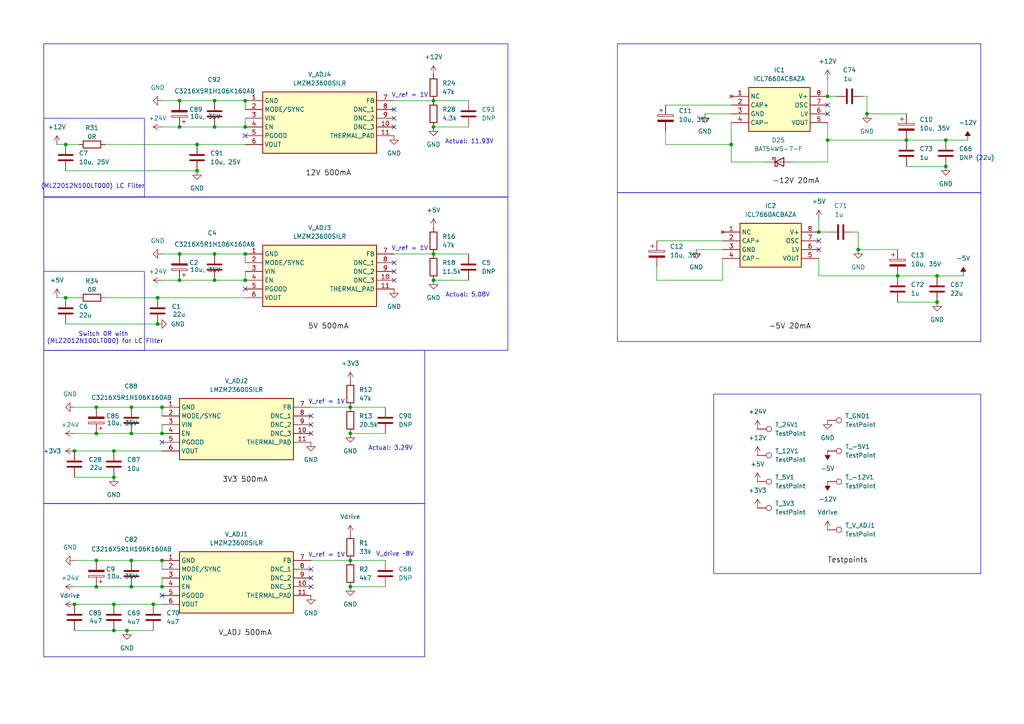
<source format=kicad_sch>
(kicad_sch (version 20231120) (generator "eeschema") (generator_version "8.0")
  (paper "A4")
  (lib_symbols
    (symbol "Device:D_Schottky" (pin_numbers hide) (pin_names (offset 1.016) hide)
      (property "Reference" "D" (at 0 2.54 0))
      (property "Value" "D_Schottky" (at 0 -2.54 0))
      (symbol "D_Schottky_0_1"
        (polyline (pts (xy 1.27 0) (xy -1.27 0)))
        (polyline (pts (xy 1.27 1.27) (xy 1.27 -1.27) (xy -1.27 0) (xy 1.27 1.27)) (stroke (width 0.254)))
        (polyline (pts (xy -1.905 0.635) (xy -1.905 1.27) (xy -1.27 1.27) (xy -1.27 -1.27) (xy -0.635 -1.27) (xy -0.635 -0.635)) (stroke (width 0.254)))
      )
      (symbol "D_Schottky_1_1"
        (pin passive line (at -3.81 0 0) (length 2.54) (name "K") (number "1"))
        (pin passive line (at 3.81 0 180) (length 2.54) (name "A") (number "2"))
      )
    )
    (symbol "Lib:+12V" (power) (pin_numbers hide) (pin_names (offset 0) hide)
      (property "Value" "+12V" (at 0 3.556 0))
      (symbol "+12V_0_1"
        (polyline (pts (xy -0.762 1.27) (xy 0 2.54)))
        (polyline (pts (xy 0 0) (xy 0 2.54)))
        (polyline (pts (xy 0 2.54) (xy 0.762 1.27)))
      )
      (symbol "+12V_1_1"
        (pin power_in line (at 0 0 90) (length 0) (name "~") (number "1"))
      )
    )
    (symbol "Lib:+24V" (power) (pin_numbers hide) (pin_names (offset 0) hide)
      (property "Value" "+24V" (at 0 3.556 0))
      (symbol "+24V_0_1"
        (polyline (pts (xy -0.762 1.27) (xy 0 2.54)))
        (polyline (pts (xy 0 0) (xy 0 2.54)))
        (polyline (pts (xy 0 2.54) (xy 0.762 1.27)))
      )
      (symbol "+24V_1_1"
        (pin power_in line (at 0 0 90) (length 0) (name "~") (number "1"))
      )
    )
    (symbol "Lib:+3V3" (power) (pin_numbers hide) (pin_names (offset 0) hide)
      (property "Value" "+3V3" (at 0 3.556 0))
      (symbol "+3V3_0_1"
        (polyline (pts (xy -0.762 1.27) (xy 0 2.54)))
        (polyline (pts (xy 0 0) (xy 0 2.54)))
        (polyline (pts (xy 0 2.54) (xy 0.762 1.27)))
      )
      (symbol "+3V3_1_1"
        (pin power_in line (at 0 0 90) (length 0) (name "~") (number "1"))
      )
    )
    (symbol "Lib:+5V" (power) (pin_numbers hide) (pin_names (offset 0) hide)
      (property "Value" "+5V" (at 0 3.556 0))
      (symbol "+5V_0_1"
        (polyline (pts (xy -0.762 1.27) (xy 0 2.54)))
        (polyline (pts (xy 0 0) (xy 0 2.54)))
        (polyline (pts (xy 0 2.54) (xy 0.762 1.27)))
      )
      (symbol "+5V_1_1"
        (pin power_in line (at 0 0 90) (length 0) (name "~") (number "1"))
      )
    )
    (symbol "Lib:-12V" (power) (pin_numbers hide) (pin_names (offset 0) hide)
      (property "Value" "-12V" (at 0 3.556 0))
      (symbol "-12V_0_0"
        (pin power_in line (at 0 0 90) (length 0) (name "~") (number "1"))
      )
      (symbol "-12V_0_1"
        (polyline (pts (xy 0 0) (xy 0 1.27) (xy 0.762 1.27) (xy 0 2.54) (xy -0.762 1.27) (xy 0 1.27)) (fill (type outline)))
      )
    )
    (symbol "Lib:-5V" (power) (pin_numbers hide) (pin_names (offset 0) hide)
      (property "Value" "-5V" (at 0 3.556 0))
      (symbol "-5V_0_0"
        (pin power_in line (at 0 0 90) (length 0) (name "~") (number "1"))
      )
      (symbol "-5V_0_1"
        (polyline (pts (xy 0 0) (xy 0 1.27) (xy 0.762 1.27) (xy 0 2.54) (xy -0.762 1.27) (xy 0 1.27)) (fill (type outline)))
      )
    )
    (symbol "Lib:C" (pin_numbers hide) (pin_names (offset 0.254))
      (property "Reference" "C" (at 0.635 2.54 0))
      (property "Value" "C" (at 0.635 -2.54 0))
      (symbol "C_0_1"
        (polyline (pts (xy -2.032 -0.762) (xy 2.032 -0.762)) (stroke (width 0.508)))
        (polyline (pts (xy -2.032 0.762) (xy 2.032 0.762)) (stroke (width 0.508)))
      )
      (symbol "C_1_1"
        (pin passive line (at 0 3.81 270) (length 2.794) (name "~") (number "1"))
        (pin passive line (at 0 -3.81 90) (length 2.794) (name "~") (number "2"))
      )
    )
    (symbol "Lib:C_Polarized" (pin_numbers hide) (pin_names (offset 0.254))
      (property "Reference" "C" (at 0.635 2.54 0))
      (property "Value" "C_Polarized" (at 0.635 -2.54 0))
      (symbol "C_Polarized_0_1"
        (rectangle (start -2.286 0.508) (end 2.286 1.016))
        (polyline (pts (xy -1.778 2.286) (xy -0.762 2.286)))
        (polyline (pts (xy -1.27 2.794) (xy -1.27 1.778)))
        (rectangle (start 2.286 -0.508) (end -2.286 -1.016) (fill (type outline)))
      )
      (symbol "C_Polarized_1_1"
        (pin passive line (at 0 3.81 270) (length 2.794) (name "~") (number "1"))
        (pin passive line (at 0 -3.81 90) (length 2.794) (name "~") (number "2"))
      )
    )
    (symbol "Lib:GND" (power) (pin_numbers hide) (pin_names (offset 0) hide)
      (property "Value" "GND" (at 0 -3.81 0))
      (symbol "GND_0_1"
        (polyline (pts (xy 0 0) (xy 0 -1.27) (xy 1.27 -1.27) (xy 0 -2.54) (xy -1.27 -1.27) (xy 0 -1.27)))
      )
      (symbol "GND_1_1"
        (pin power_in line (at 0 0 270) (length 0) (name "~") (number "1"))
      )
    )
    (symbol "Lib:ICL7660CBAZA-T"
      (property "Reference" "IC" (at 24.13 7.62 0))
      (property "Value" "ICL7660CBAZA-T" (at 24.13 5.08 0))
      (symbol "ICL7660CBAZA-T_1_1"
        (rectangle (start 5.08 2.54) (end 22.86 -10.16) (stroke (width 0.254)) (fill (type background)))
        (pin no_connect line (at 0 0 0) (length 5.08) (name "NC") (number "1"))
        (pin passive line (at 0 -2.54 0) (length 5.08) (name "CAP+") (number "2"))
        (pin passive line (at 0 -5.08 0) (length 5.08) (name "GND") (number "3"))
        (pin passive line (at 0 -7.62 0) (length 5.08) (name "CAP-") (number "4"))
        (pin passive line (at 27.94 -7.62 180) (length 5.08) (name "VOUT") (number "5"))
        (pin passive line (at 27.94 -5.08 180) (length 5.08) (name "LV") (number "6"))
        (pin passive line (at 27.94 -2.54 180) (length 5.08) (name "OSC") (number "7"))
        (pin passive line (at 27.94 0 180) (length 5.08) (name "V+") (number "8"))
      )
    )
    (symbol "Lib:LMZM23600SILR"
      (property "Reference" "IC" (at 39.37 7.62 0))
      (property "Value" "LMZM23600SILR" (at 39.37 5.08 0))
      (symbol "LMZM23600SILR_1_1"
        (rectangle (start 5.08 2.54) (end 38.1 -15.24) (stroke (width 0.254)) (fill (type background)))
        (pin passive line (at 0 0 0) (length 5.08) (name "GND") (number "1"))
        (pin passive line (at 43.18 -7.62 180) (length 5.08) (name "DNC_3") (number "10"))
        (pin passive line (at 43.18 -10.16 180) (length 5.08) (name "THERMAL_PAD") (number "11"))
        (pin passive line (at 0 -2.54 0) (length 5.08) (name "MODE/SYNC") (number "2"))
        (pin passive line (at 0 -5.08 0) (length 5.08) (name "VIN") (number "3"))
        (pin passive line (at 0 -7.62 0) (length 5.08) (name "EN") (number "4"))
        (pin passive line (at 0 -10.16 0) (length 5.08) (name "PGOOD") (number "5"))
        (pin passive line (at 0 -12.7 0) (length 5.08) (name "VOUT") (number "6"))
        (pin passive line (at 43.18 0 180) (length 5.08) (name "FB") (number "7"))
        (pin passive line (at 43.18 -2.54 180) (length 5.08) (name "DNC_1") (number "8"))
        (pin passive line (at 43.18 -5.08 180) (length 5.08) (name "DNC_2") (number "9"))
      )
    )
    (symbol "Lib:R" (pin_numbers hide) (pin_names (offset 0))
      (property "Reference" "R" (at 2.032 0 90))
      (property "Value" "R" (at 0 0 90))
      (symbol "R_0_1"
        (rectangle (start -1.016 -2.54) (end 1.016 2.54) (stroke (width 0.254)))
      )
      (symbol "R_1_1"
        (pin passive line (at 0 3.81 270) (length 1.27) (name "~") (number "1"))
        (pin passive line (at 0 -3.81 90) (length 1.27) (name "~") (number "2"))
      )
    )
    (symbol "Lib:TestPoint" (pin_numbers hide) (pin_names (offset 0.762) hide)
      (property "Reference" "TP" (at 0 6.858 0))
      (property "Value" "TestPoint" (at 0 5.08 0))
      (symbol "TestPoint_0_1"
        (circle (center 0 3.302) (radius 0.762))
      )
      (symbol "TestPoint_1_1"
        (pin passive line (at 0 0 90) (length 2.54) (name "1") (number "1"))
      )
    )
    (symbol "Lib:Vdrive" (power) (pin_numbers hide) (pin_names (offset 0) hide)
      (property "Value" "Vdrive" (at 0 3.556 0))
      (symbol "Vdrive_0_1"
        (polyline (pts (xy -0.762 1.27) (xy 0 2.54)))
        (polyline (pts (xy 0 0) (xy 0 2.54)))
        (polyline (pts (xy 0 2.54) (xy 0.762 1.27)))
      )
      (symbol "Vdrive_1_1"
        (pin power_in line (at 0 0 90) (length 0) (name "~") (number "1"))
      )
    )
  )
  (junction (at 57.15 49.53))
  (junction (at 27.94 118.11))
  (junction (at 27.94 170.18))
  (junction (at 44.45 175.26))
  (junction (at 46.99 170.18))
  (junction (at 271.78 80.01))
  (junction (at 125.73 36.83))
  (junction (at 251.46 33.02))
  (junction (at 57.15 41.91))
  (junction (at 271.78 87.63))
  (junction (at 38.1 170.18))
  (junction (at 71.12 81.28))
  (junction (at 46.99 125.73))
  (junction (at 101.6 170.18))
  (junction (at 52.07 36.83))
  (junction (at 45.72 86.36))
  (junction (at 21.59 175.26))
  (junction (at 125.73 81.28))
  (junction (at 33.02 138.43))
  (junction (at 62.23 29.21))
  (junction (at 62.23 73.66))
  (junction (at 101.6 162.56))
  (junction (at 71.12 36.83))
  (junction (at 260.35 80.01))
  (junction (at 46.99 118.11))
  (junction (at 125.73 29.21))
  (junction (at 71.12 73.66))
  (junction (at 38.1 162.56))
  (junction (at 237.49 67.31))
  (junction (at 248.92 72.39))
  (junction (at 212.09 41.91))
  (junction (at 19.05 41.91))
  (junction (at 240.03 40.64))
  (junction (at 36.83 182.88))
  (junction (at 38.1 118.11))
  (junction (at 274.32 40.64))
  (junction (at 21.59 130.81))
  (junction (at 52.07 73.66))
  (junction (at 125.73 73.66))
  (junction (at 52.07 81.28))
  (junction (at 33.02 182.88))
  (junction (at 62.23 81.28))
  (junction (at 19.05 86.36))
  (junction (at 274.32 48.26))
  (junction (at 33.02 130.81))
  (junction (at 101.6 118.11))
  (junction (at 38.1 125.73))
  (junction (at 27.94 125.73))
  (junction (at 101.6 125.73))
  (junction (at 33.02 175.26))
  (junction (at 52.07 29.21))
  (junction (at 62.23 36.83))
  (junction (at 262.89 40.64))
  (junction (at 71.12 29.21))
  (junction (at 27.94 162.56))
  (junction (at 45.72 93.98))
  (junction (at 46.99 162.56))
  (junction (at 240.03 27.94))
  (no_connect (at 46.99 172.72))
  (no_connect (at 90.17 120.65))
  (no_connect (at 114.3 36.83))
  (no_connect (at 90.17 125.73))
  (no_connect (at 114.3 76.2))
  (no_connect (at 114.3 81.28))
  (no_connect (at 114.3 34.29))
  (no_connect (at 71.12 83.82))
  (no_connect (at 90.17 165.1))
  (no_connect (at 90.17 167.64))
  (no_connect (at 237.49 72.39))
  (no_connect (at 240.03 33.02))
  (no_connect (at 90.17 123.19))
  (no_connect (at 237.49 69.85))
  (no_connect (at 114.3 31.75))
  (no_connect (at 240.03 30.48))
  (no_connect (at 46.99 128.27))
  (no_connect (at 90.17 170.18))
  (no_connect (at 71.12 39.37))
  (no_connect (at 114.3 78.74))
  (wire (pts (xy 262.89 40.64) (xy 274.32 40.64)))
  (wire (pts (xy 71.12 73.66) (xy 71.12 76.2)))
  (wire (pts (xy 114.3 29.21) (xy 125.73 29.21)))
  (wire (pts (xy 114.3 73.66) (xy 125.73 73.66)))
  (wire (pts (xy 248.92 72.39) (xy 260.35 72.39)))
  (wire (pts (xy 38.1 118.11) (xy 46.99 118.11)))
  (wire (pts (xy 21.59 125.73) (xy 27.94 125.73)))
  (wire (pts (xy 262.89 48.26) (xy 274.32 48.26)))
  (wire (pts (xy 101.6 125.73) (xy 111.76 125.73)))
  (wire (pts (xy 71.12 34.29) (xy 71.12 36.83)))
  (wire (pts (xy 125.73 81.28) (xy 135.89 81.28)))
  (wire (pts (xy 33.02 175.26) (xy 44.45 175.26)))
  (wire (pts (xy 30.48 86.36) (xy 45.72 86.36)))
  (wire (pts (xy 204.47 33.02) (xy 212.09 33.02)))
  (wire (pts (xy 240.03 40.64) (xy 240.03 35.56)))
  (wire (pts (xy 237.49 63.5) (xy 237.49 67.31)))
  (wire (pts (xy 30.48 41.91) (xy 57.15 41.91)))
  (wire (pts (xy 19.05 86.36) (xy 22.86 86.36)))
  (wire (pts (xy 45.72 86.36) (xy 71.12 86.36)))
  (wire (pts (xy 240.03 67.31) (xy 237.49 67.31)))
  (wire (pts (xy 57.15 41.91) (xy 71.12 41.91)))
  (wire (pts (xy 90.17 162.56) (xy 101.6 162.56)))
  (wire (pts (xy 237.49 80.01) (xy 260.35 80.01)))
  (wire (pts (xy 62.23 36.83) (xy 71.12 36.83)))
  (wire (pts (xy 44.45 175.26) (xy 46.99 175.26)))
  (wire (pts (xy 46.99 29.21) (xy 52.07 29.21)))
  (wire (pts (xy 71.12 29.21) (xy 71.12 31.75)))
  (wire (pts (xy 101.6 162.56) (xy 111.76 162.56)))
  (wire (pts (xy 125.73 29.21) (xy 135.89 29.21)))
  (wire (pts (xy 21.59 182.88) (xy 33.02 182.88)))
  (wire (pts (xy 190.5 69.85) (xy 209.55 69.85)))
  (wire (pts (xy 125.73 73.66) (xy 135.89 73.66)))
  (wire (pts (xy 242.57 27.94) (xy 240.03 27.94)))
  (wire (pts (xy 90.17 118.11) (xy 101.6 118.11)))
  (wire (pts (xy 251.46 27.94) (xy 251.46 33.02)))
  (wire (pts (xy 52.07 36.83) (xy 62.23 36.83)))
  (wire (pts (xy 240.03 46.99) (xy 240.03 40.64)))
  (wire (pts (xy 33.02 130.81) (xy 46.99 130.81)))
  (wire (pts (xy 46.99 118.11) (xy 46.99 120.65)))
  (wire (pts (xy 21.59 130.81) (xy 33.02 130.81)))
  (wire (pts (xy 190.5 81.28) (xy 190.5 77.47)))
  (wire (pts (xy 21.59 170.18) (xy 27.94 170.18)))
  (wire (pts (xy 193.04 41.91) (xy 212.09 41.91)))
  (wire (pts (xy 193.04 30.48) (xy 212.09 30.48)))
  (wire (pts (xy 46.99 73.66) (xy 52.07 73.66)))
  (wire (pts (xy 101.6 118.11) (xy 111.76 118.11)))
  (wire (pts (xy 19.05 49.53) (xy 57.15 49.53)))
  (wire (pts (xy 274.32 40.64) (xy 280.67 40.64)))
  (wire (pts (xy 52.07 81.28) (xy 62.23 81.28)))
  (wire (pts (xy 212.09 46.99) (xy 212.09 41.91)))
  (wire (pts (xy 27.94 162.56) (xy 38.1 162.56)))
  (wire (pts (xy 247.65 67.31) (xy 248.92 67.31)))
  (wire (pts (xy 201.93 72.39) (xy 209.55 72.39)))
  (wire (pts (xy 46.99 36.83) (xy 52.07 36.83)))
  (wire (pts (xy 21.59 118.11) (xy 27.94 118.11)))
  (wire (pts (xy 248.92 72.39) (xy 248.92 67.31)))
  (wire (pts (xy 21.59 138.43) (xy 33.02 138.43)))
  (wire (pts (xy 21.59 162.56) (xy 27.94 162.56)))
  (wire (pts (xy 52.07 29.21) (xy 62.23 29.21)))
  (wire (pts (xy 46.99 162.56) (xy 46.99 165.1)))
  (wire (pts (xy 19.05 93.98) (xy 45.72 93.98)))
  (wire (pts (xy 36.83 182.88) (xy 44.45 182.88)))
  (wire (pts (xy 27.94 118.11) (xy 38.1 118.11)))
  (wire (pts (xy 101.6 170.18) (xy 111.76 170.18)))
  (wire (pts (xy 212.09 41.91) (xy 212.09 35.56)))
  (wire (pts (xy 46.99 167.64) (xy 46.99 170.18)))
  (wire (pts (xy 193.04 41.91) (xy 193.04 38.1)))
  (wire (pts (xy 62.23 29.21) (xy 71.12 29.21)))
  (wire (pts (xy 251.46 27.94) (xy 250.19 27.94)))
  (wire (pts (xy 237.49 80.01) (xy 237.49 74.93)))
  (wire (pts (xy 260.35 87.63) (xy 271.78 87.63)))
  (wire (pts (xy 38.1 125.73) (xy 46.99 125.73)))
  (wire (pts (xy 16.51 41.91) (xy 19.05 41.91)))
  (wire (pts (xy 71.12 78.74) (xy 71.12 81.28)))
  (wire (pts (xy 62.23 73.66) (xy 71.12 73.66)))
  (wire (pts (xy 240.03 22.86) (xy 240.03 27.94)))
  (wire (pts (xy 21.59 175.26) (xy 33.02 175.26)))
  (wire (pts (xy 125.73 36.83) (xy 135.89 36.83)))
  (wire (pts (xy 46.99 123.19) (xy 46.99 125.73)))
  (wire (pts (xy 27.94 170.18) (xy 38.1 170.18)))
  (wire (pts (xy 38.1 162.56) (xy 46.99 162.56)))
  (wire (pts (xy 19.05 41.91) (xy 22.86 41.91)))
  (wire (pts (xy 62.23 81.28) (xy 71.12 81.28)))
  (wire (pts (xy 46.99 81.28) (xy 52.07 81.28)))
  (wire (pts (xy 27.94 125.73) (xy 38.1 125.73)))
  (wire (pts (xy 271.78 80.01) (xy 279.4 80.01)))
  (wire (pts (xy 38.1 170.18) (xy 46.99 170.18)))
  (wire (pts (xy 260.35 80.01) (xy 271.78 80.01)))
  (wire (pts (xy 240.03 40.64) (xy 262.89 40.64)))
  (wire (pts (xy 229.87 46.99) (xy 240.03 46.99)))
  (wire (pts (xy 33.02 182.88) (xy 36.83 182.88)))
  (wire (pts (xy 209.55 81.28) (xy 209.55 74.93)))
  (wire (pts (xy 251.46 33.02) (xy 262.89 33.02)))
  (wire (pts (xy 16.51 86.36) (xy 19.05 86.36)))
  (wire (pts (xy 222.25 46.99) (xy 212.09 46.99)))
  (wire (pts (xy 52.07 73.66) (xy 62.23 73.66)))
  (wire (pts (xy 190.5 81.28) (xy 209.55 81.28)))
  (rectangle (start 12.7 12.7) (end 147.32 57.15))
  (rectangle (start 179.07 55.88) (end 284.48 99.06))
  (rectangle (start 12.7 146.05) (end 123.19 190.5))
  (rectangle (start 179.07 12.7) (end 284.48 55.88))
  (rectangle (start 12.7 34.29) (end 41.91 57.15))
  (rectangle (start 207.01 114.3) (end 284.48 166.37))
  (rectangle (start 12.7 57.15) (end 147.32 101.6))
  (rectangle (start 12.7 101.6) (end 123.19 146.05))
  (rectangle (start 12.7 78.74) (end 41.91 101.6))
  (text "V_ref = 1V" (at 118.872 27.686 0) (effects (font (size 1.27 1.27))))
  (text "-5V 20mA" (at 229.108 94.742 0) (effects (font (size 1.524 1.524))))
  (text "V_drive ~8V\n" (at 114.554 160.782 0) (effects (font (size 1.27 1.27))))
  (text "Actual: 5.08V" (at 135.636 85.598 0) (effects (font (size 1.27 1.27))))
  (text "Switch 0R with \n(MLZ2012N100LT000) for LC Filter" (at 30.48 98.044 0) (effects (font (size 1.27 1.27))))
  (text "V_ref = 1V" (at 94.742 116.586 0) (effects (font (size 1.27 1.27))))
  (text "3V3 500mA" (at 71.12 139.192 0) (effects (font (size 1.524 1.524))))
  (text "Actual: 11.93V" (at 136.144 41.148 0) (effects (font (size 1.27 1.27))))
  (text "(MLZ2012N100LT000) LC Filter" (at 26.924 54.102 0) (effects (font (size 1.27 1.27))))
  (text "V_ref = 1V" (at 94.742 161.036 0) (effects (font (size 1.27 1.27))))
  (text "5V 500mA" (at 95.25 94.742 0) (effects (font (size 1.524 1.524))))
  (text "V_ref = 1V" (at 118.872 72.136 0) (effects (font (size 1.27 1.27))))
  (text "Actual: 3.29V\n" (at 113.284 130.048 0) (effects (font (size 1.27 1.27))))
  (text "Testpoints" (at 245.872 162.56 0) (effects (font (size 1.524 1.524))))
  (text "-12V 20mA" (at 230.886 52.578 0) (effects (font (size 1.524 1.524))))
  (text "12V 500mA" (at 95.25 50.292 0) (effects (font (size 1.524 1.524))))
  (text "V_ADJ 500mA" (at 71.12 183.642 0) (effects (font (size 1.524 1.524))))
  (symbol (lib_id "Lib:R") (at 101.6 158.75 0) (unit 1)
    (property "Reference" "R1" (at 104.14 157.4799 0) (effects (justify left)))
    (property "Value" "33k" (at 104.14 160.0199 0) (effects (justify left)))
    (property "Footprint" "Resistor_SMD:R_0603_1608Metric" (effects (hide yes)))
    (property "Description" "Resistor" (effects (hide yes)))
  )
  (symbol (lib_id "Lib:LMZM23600SILR") (at 46.99 118.11 0) (unit 1)
    (property "Reference" "V_ADJ2" (at 68.58 110.49 0))
    (property "Value" "LMZM23600SILR" (at 68.58 113.03 0))
    (property "Footprint" "LMZM23600SILT" (effects (hide yes)))
    (property "Datasheet" "https://datasheet.datasheetarchive.com/originals/distributors/DKDS41/DSANUWW0029284.pdf" (effects (hide yes)))
    (property "Description" "36-V, 0.5-A Step-Down DC/DC Power Module in 3.8-mm  3-mm Package" (effects (hide yes)))
    (property "Height" "1.578" (effects (hide yes)))
    (property "Mouser Part Number" "595-LMZM23600SILR" (effects (hide yes)))
    (property "Mouser Price/Stock" "https://www.mouser.co.uk/ProductDetail/Texas-Instruments/LMZM23600SILR?qs=r5DSvlrkXmKODL5REi9C7A%3D%3D" (effects (hide yes)))
    (property "Manufacturer_Name" "Texas Instruments" (effects (hide yes)))
    (property "Manufacturer_Part_Number" "LMZM23600SILR" (effects (hide yes)))
  )
  (symbol (lib_id "Lib:+12V") (at 125.73 21.59 0) (unit 1)
    (property "Reference" "#PWR09" (effects (hide yes)))
    (property "Value" "+12V" (at 125.73 16.51 0))
    (property "Description" "Power symbol creates a global label with name \"+12V\"" (effects (hide yes)))
  )
  (symbol (lib_id "Lib:+5V") (at 219.71 139.7 0) (unit 1)
    (property "Reference" "#PWR026" (effects (hide yes)))
    (property "Value" "+5V" (at 219.71 134.62 0))
    (property "Description" "Power symbol creates a global label with name \"+5V\"" (effects (hide yes)))
  )
  (symbol (lib_id "Lib:GND") (at 21.59 118.11 270) (unit 1)
    (property "Reference" "#PWR058" (effects (hide yes)))
    (property "Value" "GND" (at 20.32 114.3 90))
    (property "Description" "Power symbol creates a global label with name \"GND\" , ground" (effects (hide yes)))
  )
  (symbol (lib_id "Lib:Vdrive") (at 240.03 153.67 0) (unit 1)
    (property "Reference" "#PWR031" (effects (hide yes)))
    (property "Value" "Vdrive" (at 240.03 148.59 0))
    (property "Description" "Power symbol creates a global label with name \"Vdrive\"" (effects (hide yes)))
  )
  (symbol (lib_id "Lib:GND") (at 45.72 93.98 90) (unit 1)
    (property "Reference" "#PWR04" (effects (hide yes)))
    (property "Value" "GND" (at 49.53 93.9799 90) (effects (justify right)))
    (property "Description" "Power symbol creates a global label with name \"GND\" , ground" (effects (hide yes)))
  )
  (symbol (lib_id "Lib:C") (at 33.02 134.62 0) (unit 1)
    (property "Reference" "C87" (at 36.83 133.3499 0) (effects (justify left)))
    (property "Value" "10u" (at 36.83 135.8899 0) (effects (justify left)))
    (property "Footprint" "Capacitor_SMD:C_0805_2012Metric" (effects (hide yes)))
    (property "Description" "Unpolarized capacitor" (effects (hide yes)))
  )
  (symbol (lib_id "Lib:C") (at 243.84 67.31 270) (unit 1)
    (property "Reference" "C71" (at 243.84 59.69 90))
    (property "Value" "1u " (at 243.84 62.23 90))
    (property "Footprint" "Capacitor_SMD:C_0603_1608Metric" (effects (hide yes)))
    (property "Description" "Unpolarized capacitor" (effects (hide yes)))
  )
  (symbol (lib_id "Lib:R") (at 125.73 77.47 0) (unit 1)
    (property "Reference" "R18" (at 128.27 76.1999 0) (effects (justify left)))
    (property "Value" "11.5k" (at 128.27 78.7399 0) (effects (justify left)))
    (property "Footprint" "Resistor_SMD:R_0603_1608Metric" (effects (hide yes)))
    (property "Description" "Resistor" (effects (hide yes)))
  )
  (symbol (lib_id "Lib:+24V") (at 46.99 36.83 90) (unit 1)
    (property "Reference" "#PWR0150" (effects (hide yes)))
    (property "Value" "+24V" (at 45.72 34.29 90))
    (property "Description" "Power symbol creates a global label with name \"+24V\"" (effects (hide yes)))
  )
  (symbol (lib_id "Lib:-12V") (at 240.03 139.7 180) (unit 1)
    (property "Reference" "#PWR030" (effects (hide yes)))
    (property "Value" "-12V" (at 240.03 144.78 0))
    (property "Description" "Power symbol creates a global label with name \"-12V\"" (effects (hide yes)))
  )
  (symbol (lib_id "Lib:GND") (at 46.99 73.66 270) (unit 1)
    (property "Reference" "#PWR01" (effects (hide yes)))
    (property "Value" "GND" (at 45.72 69.85 90))
    (property "Description" "Power symbol creates a global label with name \"GND\" , ground" (effects (hide yes)))
  )
  (symbol (lib_id "Lib:TestPoint") (at 219.71 124.46 270) (unit 1)
    (property "Reference" "T_24V1" (at 224.79 123.1899 90) (effects (justify left)))
    (property "Value" "TestPoint" (at 224.79 125.7299 90) (effects (justify left)))
    (property "Footprint" "TestPoint:TestPoint_Pad_D1.5mm" (effects (hide yes)))
    (property "Description" "test point" (effects (hide yes)))
  )
  (symbol (lib_id "Lib:GND") (at 46.99 29.21 270) (unit 1)
    (property "Reference" "#PWR013" (effects (hide yes)))
    (property "Value" "GND" (at 45.72 25.4 90))
    (property "Description" "Power symbol creates a global label with name \"GND\" , ground" (effects (hide yes)))
  )
  (symbol (lib_id "Lib:C_Polarized") (at 193.04 34.29 0) (unit 1)
    (property "Reference" "C11" (at 196.85 32.1309 0) (effects (justify left)))
    (property "Value" "10u, 35V" (at 196.85 34.6709 0) (effects (justify left)))
    (property "Footprint" "Capacitor_SMD:CP_Elec_4x5.4" (effects (hide yes)))
    (property "Description" "Polarized capacitor" (effects (hide yes)))
  )
  (symbol (lib_id "Lib:-5V") (at 279.4 80.01 0) (unit 1)
    (property "Reference" "#PWR024" (effects (hide yes)))
    (property "Value" "-5V" (at 279.4 74.93 0))
    (property "Description" "Power symbol creates a global label with name \"-5V\"" (effects (hide yes)))
  )
  (symbol (lib_id "Lib:LMZM23600SILR") (at 71.12 73.66 0) (unit 1)
    (property "Reference" "V_ADJ3" (at 92.71 66.04 0))
    (property "Value" "LMZM23600SILR" (at 92.71 68.58 0))
    (property "Footprint" "LMZM23600SILT" (effects (hide yes)))
    (property "Datasheet" "https://datasheet.datasheetarchive.com/originals/distributors/DKDS41/DSANUWW0029284.pdf" (effects (hide yes)))
    (property "Description" "36-V, 0.5-A Step-Down DC/DC Power Module in 3.8-mm  3-mm Package" (effects (hide yes)))
    (property "Height" "1.578" (effects (hide yes)))
    (property "Mouser Part Number" "595-LMZM23600SILR" (effects (hide yes)))
    (property "Mouser Price/Stock" "https://www.mouser.co.uk/ProductDetail/Texas-Instruments/LMZM23600SILR?qs=r5DSvlrkXmKODL5REi9C7A%3D%3D" (effects (hide yes)))
    (property "Manufacturer_Name" "Texas Instruments" (effects (hide yes)))
    (property "Manufacturer_Part_Number" "LMZM23600SILR" (effects (hide yes)))
  )
  (symbol (lib_id "Lib:R") (at 26.67 86.36 90) (unit 1)
    (property "Reference" "R34" (at 26.67 81.534 90))
    (property "Value" "0R" (at 26.67 84.074 90))
    (property "Footprint" "Resistor_SMD:R_0805_2012Metric" (effects (hide yes)))
    (property "Description" "Resistor" (effects (hide yes)))
  )
  (symbol (lib_id "Lib:GND") (at 274.32 48.26 0) (unit 1)
    (property "Reference" "#PWR0131" (effects (hide yes)))
    (property "Value" "GND" (at 274.32 53.34 0))
    (property "Description" "Power symbol creates a global label with name \"GND\" , ground" (effects (hide yes)))
  )
  (symbol (lib_id "Lib:GND") (at 57.15 49.53 0) (unit 1)
    (property "Reference" "#PWR0151" (effects (hide yes)))
    (property "Value" "GND" (at 57.15 54.61 0))
    (property "Description" "Power symbol creates a global label with name \"GND\" , ground" (effects (hide yes)))
  )
  (symbol (lib_id "Lib:C") (at 21.59 179.07 0) (unit 1)
    (property "Reference" "C85" (at 25.654 177.8 0) (effects (justify left)))
    (property "Value" "4u7" (at 25.908 180.086 0) (effects (justify left)))
    (property "Footprint" "Capacitor_SMD:C_0805_2012Metric" (effects (hide yes)))
    (property "Description" "Unpolarized capacitor" (effects (hide yes)))
  )
  (symbol (lib_id "Lib:GND") (at 240.03 121.92 0) (unit 1)
    (property "Reference" "#PWR028" (effects (hide yes)))
    (property "Value" "GND" (at 240.03 127 0))
    (property "Description" "Power symbol creates a global label with name \"GND\" , ground" (effects (hide yes)))
  )
  (symbol (lib_id "Lib:C") (at 44.45 179.07 0) (unit 1)
    (property "Reference" "C70" (at 48.26 177.7999 0) (effects (justify left)))
    (property "Value" "4u7" (at 48.26 180.3399 0) (effects (justify left)))
    (property "Footprint" "Capacitor_SMD:C_0805_2012Metric" (effects (hide yes)))
    (property "Description" "Unpolarized capacitor" (effects (hide yes)))
  )
  (symbol (lib_id "Lib:C_Polarized") (at 262.89 36.83 0) (unit 1)
    (property "Reference" "C10" (at 266.7 34.6709 0) (effects (justify left)))
    (property "Value" "10u, 35V" (at 266.7 37.2109 0) (effects (justify left)))
    (property "Footprint" "Capacitor_SMD:CP_Elec_4x5.4" (effects (hide yes)))
    (property "Description" "Polarized capacitor" (effects (hide yes)))
  )
  (symbol (lib_id "Lib:+24V") (at 219.71 124.46 0) (unit 1)
    (property "Reference" "#PWR023" (effects (hide yes)))
    (property "Value" "+24V" (at 219.71 119.38 0))
    (property "Description" "Power symbol creates a global label with name \"+24V\"" (effects (hide yes)))
  )
  (symbol (lib_id "Lib:C_Polarized") (at 27.94 166.37 180) (unit 1)
    (property "Reference" "C9" (at 30.734 165.1 0) (effects (justify right)))
    (property "Value" "10u, 35V" (at 30.988 167.132 0) (effects (justify right)))
    (property "Footprint" "Capacitor_SMD:CP_Elec_4x5.4" (effects (hide yes)))
    (property "Description" "Polarized capacitor" (effects (hide yes)))
  )
  (symbol (lib_id "Lib:C") (at 135.89 77.47 0) (unit 1)
    (property "Reference" "C5" (at 139.7 76.1999 0) (effects (justify left)))
    (property "Value" "DNP" (at 139.7 78.7399 0) (effects (justify left)))
    (property "Footprint" "Capacitor_SMD:C_0603_1608Metric" (effects (hide yes)))
    (property "Description" "Unpolarized capacitor" (effects (hide yes)))
  )
  (symbol (lib_id "Lib:R") (at 125.73 33.02 0) (unit 1)
    (property "Reference" "R28" (at 128.27 31.7499 0) (effects (justify left)))
    (property "Value" "4.3k" (at 128.27 34.2899 0) (effects (justify left)))
    (property "Footprint" "Resistor_SMD:R_0603_1608Metric" (effects (hide yes)))
    (property "Description" "Resistor" (effects (hide yes)))
  )
  (symbol (lib_id "Lib:GND") (at 201.93 72.39 0) (unit 1)
    (property "Reference" "#PWR020" (effects (hide yes)))
    (property "Value" "GND" (at 201.93 77.47 0))
    (property "Description" "Power symbol creates a global label with name \"GND\" , ground" (effects (hide yes)))
  )
  (symbol (lib_id "Lib:ICL7660CBAZA-T") (at 209.55 67.31 0) (unit 1)
    (property "Reference" "IC2" (at 223.52 59.69 0))
    (property "Value" "ICL7660ACBAZA" (at 223.52 62.23 0))
    (property "Footprint" "Downloads:SOIC127P600X175-8N" (effects (hide yes)))
    (property "Datasheet" "https://www.renesas.com/en-us/www/doc/datasheet/icl7660s-a.pdf" (effects (hide yes)))
    (property "Description" "The Intersil ICL7660 and ICL7660A are monolithic CMOS power supply circuits which offer unique performance advantages over previously available devices. The ICL7660 performs supply voltage conversions from positive to negative for an input range of +1. 5V to +10. 0V resulting in complementary output voltages of -1. 5V to -10. 0V and the ICL7660A does the same conversions with an input range of +1. 5V to +12. 0V resulting in complementary output voltages of -1. 5V to -12. 0V. Only 2 noncritical external capa" (effects (hide yes)))
    (property "Height" "1.75" (effects (hide yes)))
    (property "Mouser Part Number" "968-ICL7660CBAZA-T" (effects (hide yes)))
    (property "Mouser Price/Stock" "https://www.mouser.co.uk/ProductDetail/Renesas-Intersil/ICL7660CBAZA-T?qs=9fLuogzTs8IgQwA5x5QxYQ%3D%3D" (effects (hide yes)))
    (property "Manufacturer_Name" "Renesas Electronics" (effects (hide yes)))
    (property "Manufacturer_Part_Number" "ICL7660CBAZA-T" (effects (hide yes)))
  )
  (symbol (lib_id "Lib:GND") (at 36.83 182.88 0) (unit 1)
    (property "Reference" "#PWR0132" (effects (hide yes)))
    (property "Value" "GND" (at 36.83 187.96 0))
    (property "Description" "Power symbol creates a global label with name \"GND\" , ground" (effects (hide yes)))
  )
  (symbol (lib_id "Lib:R") (at 101.6 121.92 0) (unit 1)
    (property "Reference" "R13" (at 104.14 120.6499 0) (effects (justify left)))
    (property "Value" "20.5k" (at 104.14 123.1899 0) (effects (justify left)))
    (property "Footprint" "Resistor_SMD:R_0603_1608Metric" (effects (hide yes)))
    (property "Description" "Resistor" (effects (hide yes)))
  )
  (symbol (lib_id "Lib:R") (at 125.73 69.85 0) (unit 1)
    (property "Reference" "R16" (at 128.27 68.5799 0) (effects (justify left)))
    (property "Value" "47k" (at 128.27 71.1199 0) (effects (justify left)))
    (property "Footprint" "Resistor_SMD:R_0603_1608Metric" (effects (hide yes)))
    (property "Description" "Resistor" (effects (hide yes)))
  )
  (symbol (lib_id "Lib:+24V") (at 21.59 170.18 90) (unit 1)
    (property "Reference" "#PWR06" (effects (hide yes)))
    (property "Value" "+24V" (at 20.32 167.64 90))
    (property "Description" "Power symbol creates a global label with name \"+24V\"" (effects (hide yes)))
  )
  (symbol (lib_id "Lib:C_Polarized") (at 27.94 121.92 180) (unit 1)
    (property "Reference" "C86" (at 30.734 120.65 0) (effects (justify right)))
    (property "Value" "10u, 35V" (at 30.988 122.682 0) (effects (justify right)))
    (property "Footprint" "Capacitor_SMD:CP_Elec_4x5.4" (effects (hide yes)))
    (property "Description" "Polarized capacitor" (effects (hide yes)))
  )
  (symbol (lib_id "Lib:C") (at 62.23 33.02 0) (unit 1)
    (property "Reference" "C92" (at 60.198 23.114 0) (effects (justify left)))
    (property "Value" "C3216X5R1H106K160AB" (at 50.546 26.416 0) (effects (justify left)))
    (property "Footprint" "Capacitor_SMD:C_1206_3216Metric" (effects (hide yes)))
    (property "Description" "Unpolarized capacitor" (effects (hide yes)))
  )
  (symbol (lib_id "Lib:C_Polarized") (at 52.07 77.47 180) (unit 1)
    (property "Reference" "C2" (at 54.864 76.2 0) (effects (justify right)))
    (property "Value" "10u, 35V" (at 55.118 78.232 0) (effects (justify right)))
    (property "Footprint" "Capacitor_SMD:CP_Elec_4x5.4" (effects (hide yes)))
    (property "Description" "Polarized capacitor" (effects (hide yes)))
  )
  (symbol (lib_id "Lib:TestPoint") (at 219.71 132.08 270) (unit 1)
    (property "Reference" "T_12V1" (at 224.79 130.8099 90) (effects (justify left)))
    (property "Value" "TestPoint" (at 224.79 133.3499 90) (effects (justify left)))
    (property "Footprint" "TestPoint:TestPoint_Pad_D1.5mm" (effects (hide yes)))
    (property "Description" "test point" (effects (hide yes)))
  )
  (symbol (lib_id "Lib:TestPoint") (at 240.03 130.81 270) (unit 1)
    (property "Reference" "T_-5V1" (at 245.11 129.5399 90) (effects (justify left)))
    (property "Value" "TestPoint" (at 245.11 132.0799 90) (effects (justify left)))
    (property "Footprint" "TestPoint:TestPoint_Pad_D1.5mm" (effects (hide yes)))
    (property "Description" "test point" (effects (hide yes)))
  )
  (symbol (lib_id "Lib:GND") (at 33.02 138.43 0) (unit 1)
    (property "Reference" "#PWR0110" (effects (hide yes)))
    (property "Value" "GND" (at 33.02 143.51 0))
    (property "Description" "Power symbol creates a global label with name \"GND\" , ground" (effects (hide yes)))
  )
  (symbol (lib_id "Lib:C") (at 38.1 121.92 0) (unit 1)
    (property "Reference" "C88" (at 36.068 112.014 0) (effects (justify left)))
    (property "Value" "C3216X5R1H106K160AB" (at 26.416 115.316 0) (effects (justify left)))
    (property "Footprint" "Capacitor_SMD:C_1206_3216Metric" (effects (hide yes)))
    (property "Description" "Unpolarized capacitor" (effects (hide yes)))
  )
  (symbol (lib_id "Lib:TestPoint") (at 240.03 153.67 270) (unit 1)
    (property "Reference" "T_V_ADJ1" (at 245.11 152.3999 90) (effects (justify left)))
    (property "Value" "TestPoint" (at 245.11 154.9399 90) (effects (justify left)))
    (property "Footprint" "TestPoint:TestPoint_Pad_D1.5mm" (effects (hide yes)))
    (property "Description" "test point" (effects (hide yes)))
  )
  (symbol (lib_id "Lib:+12V") (at 240.03 22.86 0) (unit 1)
    (property "Reference" "#PWR017" (effects (hide yes)))
    (property "Value" "+12V" (at 240.03 17.78 0))
    (property "Description" "Power symbol creates a global label with name \"+12V\"" (effects (hide yes)))
  )
  (symbol (lib_id "Lib:C") (at 135.89 33.02 0) (unit 1)
    (property "Reference" "C93" (at 139.7 31.7499 0) (effects (justify left)))
    (property "Value" "DNP" (at 139.7 34.2899 0) (effects (justify left)))
    (property "Footprint" "Capacitor_SMD:C_0603_1608Metric" (effects (hide yes)))
    (property "Description" "Unpolarized capacitor" (effects (hide yes)))
  )
  (symbol (lib_id "Lib:+12V") (at 219.71 132.08 0) (unit 1)
    (property "Reference" "#PWR025" (effects (hide yes)))
    (property "Value" "+12V" (at 219.71 127 0))
    (property "Description" "Power symbol creates a global label with name \"+12V\"" (effects (hide yes)))
  )
  (symbol (lib_id "Lib:+24V") (at 21.59 125.73 90) (unit 1)
    (property "Reference" "#PWR080" (effects (hide yes)))
    (property "Value" "+24V" (at 20.32 123.19 90))
    (property "Description" "Power symbol creates a global label with name \"+24V\"" (effects (hide yes)))
  )
  (symbol (lib_id "Lib:GND") (at 114.3 39.37 0) (unit 1)
    (property "Reference" "#PWR0152" (effects (hide yes)))
    (property "Value" "GND" (at 114.3 44.45 0))
    (property "Description" "Power symbol creates a global label with name \"GND\" , ground" (effects (hide yes)))
  )
  (symbol (lib_id "Lib:C") (at 45.72 90.17 0) (unit 1)
    (property "Reference" "C1" (at 49.784 88.9 0) (effects (justify left)))
    (property "Value" "22u" (at 50.038 91.186 0) (effects (justify left)))
    (property "Footprint" "Capacitor_SMD:C_0805_2012Metric" (effects (hide yes)))
    (property "Description" "Unpolarized capacitor" (effects (hide yes)))
  )
  (symbol (lib_id "Lib:Vdrive") (at 21.59 175.26 90) (unit 1)
    (property "Reference" "#PWR010" (effects (hide yes)))
    (property "Value" "Vdrive" (at 20.32 172.72 90))
    (property "Description" "Power symbol creates a global label with name \"Vdrive\"" (effects (hide yes)))
  )
  (symbol (lib_id "Lib:C") (at 271.78 83.82 0) (unit 1)
    (property "Reference" "C67" (at 275.59 82.5499 0) (effects (justify left)))
    (property "Value" "22u" (at 275.59 85.0899 0) (effects (justify left)))
    (property "Footprint" "Capacitor_SMD:C_0805_2012Metric" (effects (hide yes)))
    (property "Description" "Unpolarized capacitor" (effects (hide yes)))
  )
  (symbol (lib_id "Lib:C") (at 62.23 77.47 0) (unit 1)
    (property "Reference" "C4" (at 60.198 67.564 0) (effects (justify left)))
    (property "Value" "C3216X5R1H106K160AB" (at 50.546 70.866 0) (effects (justify left)))
    (property "Footprint" "Capacitor_SMD:C_1206_3216Metric" (effects (hide yes)))
    (property "Description" "Unpolarized capacitor" (effects (hide yes)))
  )
  (symbol (lib_id "Lib:C") (at 19.05 45.72 0) (unit 1)
    (property "Reference" "C7" (at 22.86 44.4499 0) (effects (justify left)))
    (property "Value" "10u, 25V" (at 22.86 46.9899 0) (effects (justify left)))
    (property "Footprint" "Capacitor_SMD:C_0805_2012Metric" (effects (hide yes)))
    (property "Description" "Unpolarized capacitor" (effects (hide yes)))
  )
  (symbol (lib_id "Lib:+3V3") (at 219.71 147.32 0) (unit 1)
    (property "Reference" "#PWR027" (effects (hide yes)))
    (property "Value" "+3V3" (at 219.71 142.24 0))
    (property "Description" "Power symbol creates a global label with name \"+3V3\"" (effects (hide yes)))
  )
  (symbol (lib_id "Lib:-5V") (at 240.03 130.81 180) (unit 1)
    (property "Reference" "#PWR029" (effects (hide yes)))
    (property "Value" "-5V" (at 240.03 135.89 0))
    (property "Description" "Power symbol creates a global label with name \"-5V\"" (effects (hide yes)))
  )
  (symbol (lib_id "Lib:C_Polarized") (at 260.35 76.2 0) (unit 1)
    (property "Reference" "C13" (at 264.16 74.0409 0) (effects (justify left)))
    (property "Value" "10u, 35V" (at 264.16 76.5809 0) (effects (justify left)))
    (property "Footprint" "Capacitor_SMD:CP_Elec_4x5.4" (effects (hide yes)))
    (property "Description" "Polarized capacitor" (effects (hide yes)))
  )
  (symbol (lib_id "Lib:GND") (at 125.73 36.83 0) (unit 1)
    (property "Reference" "#PWR0154" (effects (hide yes)))
    (property "Value" "GND" (at 125.73 41.91 0))
    (property "Description" "Power symbol creates a global label with name \"GND\" , ground" (effects (hide yes)))
  )
  (symbol (lib_id "Lib:GND") (at 248.92 72.39 0) (unit 1)
    (property "Reference" "#PWR022" (effects (hide yes)))
    (property "Value" "GND" (at 248.92 77.47 0))
    (property "Description" "Power symbol creates a global label with name \"GND\" , ground" (effects (hide yes)))
  )
  (symbol (lib_id "Lib:C") (at 57.15 45.72 0) (unit 1)
    (property "Reference" "C91" (at 60.96 44.4499 0) (effects (justify left)))
    (property "Value" "10u, 25V" (at 60.96 46.9899 0) (effects (justify left)))
    (property "Footprint" "Capacitor_SMD:C_0805_2012Metric" (effects (hide yes)))
    (property "Description" "Unpolarized capacitor" (effects (hide yes)))
  )
  (symbol (lib_id "Lib:ICL7660CBAZA-T") (at 212.09 27.94 0) (unit 1)
    (property "Reference" "IC1" (at 226.06 20.32 0))
    (property "Value" "ICL7660ACBAZA" (at 226.06 22.86 0))
    (property "Footprint" "Downloads:SOIC127P600X175-8N" (effects (hide yes)))
    (property "Datasheet" "https://www.renesas.com/en-us/www/doc/datasheet/icl7660s-a.pdf" (effects (hide yes)))
    (property "Description" "The Intersil ICL7660 and ICL7660A are monolithic CMOS power supply circuits which offer unique performance advantages over previously available devices. The ICL7660 performs supply voltage conversions from positive to negative for an input range of +1. 5V to +10. 0V resulting in complementary output voltages of -1. 5V to -10. 0V and the ICL7660A does the same conversions with an input range of +1. 5V to +12. 0V resulting in complementary output voltages of -1. 5V to -12. 0V. Only 2 noncritical external capa" (effects (hide yes)))
    (property "Height" "1.75" (effects (hide yes)))
    (property "Mouser Part Number" "968-ICL7660CBAZA-T" (effects (hide yes)))
    (property "Mouser Price/Stock" "https://www.mouser.co.uk/ProductDetail/Renesas-Intersil/ICL7660CBAZA-T?qs=9fLuogzTs8IgQwA5x5QxYQ%3D%3D" (effects (hide yes)))
    (property "Manufacturer_Name" "Renesas Electronics" (effects (hide yes)))
    (property "Manufacturer_Part_Number" "ICL7660CBAZA-T" (effects (hide yes)))
  )
  (symbol (lib_id "Lib:C") (at 246.38 27.94 90) (unit 1)
    (property "Reference" "C74" (at 246.38 20.32 90))
    (property "Value" "1u " (at 246.38 22.86 90))
    (property "Footprint" "Capacitor_SMD:C_0603_1608Metric" (effects (hide yes)))
    (property "Description" "Unpolarized capacitor" (effects (hide yes)))
  )
  (symbol (lib_id "Lib:GND") (at 114.3 83.82 0) (unit 1)
    (property "Reference" "#PWR05" (effects (hide yes)))
    (property "Value" "GND" (at 114.3 88.9 0))
    (property "Description" "Power symbol creates a global label with name \"GND\" , ground" (effects (hide yes)))
  )
  (symbol (lib_id "Lib:C") (at 19.05 90.17 0) (unit 1)
    (property "Reference" "C6" (at 22.86 88.8999 0) (effects (justify left)))
    (property "Value" "22u" (at 22.86 91.4399 0) (effects (justify left)))
    (property "Footprint" "Capacitor_SMD:C_0805_2012Metric" (effects (hide yes)))
    (property "Description" "Unpolarized capacitor" (effects (hide yes)))
  )
  (symbol (lib_id "Lib:C_Polarized") (at 190.5 73.66 0) (unit 1)
    (property "Reference" "C12" (at 194.31 71.5009 0) (effects (justify left)))
    (property "Value" "10u, 35V" (at 194.31 74.0409 0) (effects (justify left)))
    (property "Footprint" "Capacitor_SMD:CP_Elec_4x5.4" (effects (hide yes)))
    (property "Description" "Polarized capacitor" (effects (hide yes)))
  )
  (symbol (lib_id "Lib:C") (at 111.76 121.92 0) (unit 1)
    (property "Reference" "C90" (at 115.57 120.6499 0) (effects (justify left)))
    (property "Value" "DNP" (at 115.57 123.1899 0) (effects (justify left)))
    (property "Footprint" "Capacitor_SMD:C_0603_1608Metric" (effects (hide yes)))
    (property "Description" "Unpolarized capacitor" (effects (hide yes)))
  )
  (symbol (lib_id "Lib:R") (at 101.6 166.37 0) (unit 1)
    (property "Reference" "R2" (at 104.14 165.0999 0) (effects (justify left)))
    (property "Value" "4k7" (at 104.14 167.6399 0) (effects (justify left)))
    (property "Footprint" "Resistor_SMD:R_0603_1608Metric" (effects (hide yes)))
    (property "Description" "Resistor" (effects (hide yes)))
  )
  (symbol (lib_id "Lib:GND") (at 251.46 33.02 0) (unit 1)
    (property "Reference" "#PWR018" (effects (hide yes)))
    (property "Value" "GND" (at 251.46 38.1 0))
    (property "Description" "Power symbol creates a global label with name \"GND\" , ground" (effects (hide yes)))
  )
  (symbol (lib_id "Lib:GND") (at 101.6 125.73 0) (unit 1)
    (property "Reference" "#PWR0149" (effects (hide yes)))
    (property "Value" "GND" (at 101.6 130.81 0))
    (property "Description" "Power symbol creates a global label with name \"GND\" , ground" (effects (hide yes)))
  )
  (symbol (lib_id "Lib:+5V") (at 237.49 63.5 0) (unit 1)
    (property "Reference" "#PWR021" (effects (hide yes)))
    (property "Value" "+5V" (at 237.49 58.42 0))
    (property "Description" "Power symbol creates a global label with name \"+5V\"" (effects (hide yes)))
  )
  (symbol (lib_id "Lib:R") (at 26.67 41.91 90) (unit 1)
    (property "Reference" "R31" (at 26.67 37.084 90))
    (property "Value" "0R" (at 26.67 39.624 90))
    (property "Footprint" "Resistor_SMD:R_0805_2012Metric" (effects (hide yes)))
    (property "Description" "Resistor" (effects (hide yes)))
  )
  (symbol (lib_id "Lib:C") (at 274.32 44.45 0) (unit 1)
    (property "Reference" "C66" (at 278.13 43.1799 0) (effects (justify left)))
    (property "Value" "DNP (22u)" (at 278.13 45.7199 0) (effects (justify left)))
    (property "Footprint" "Capacitor_SMD:C_0805_2012Metric" (effects (hide yes)))
    (property "Description" "Unpolarized capacitor" (effects (hide yes)))
  )
  (symbol (lib_id "Lib:Vdrive") (at 101.6 154.94 0) (unit 1)
    (property "Reference" "#PWR015" (effects (hide yes)))
    (property "Value" "Vdrive" (at 101.6 149.86 0))
    (property "Description" "Power symbol creates a global label with name \"Vdrive\"" (effects (hide yes)))
  )
  (symbol (lib_id "Lib:C_Polarized") (at 52.07 33.02 180) (unit 1)
    (property "Reference" "C89" (at 54.864 31.75 0) (effects (justify right)))
    (property "Value" "10u, 35V" (at 55.118 33.782 0) (effects (justify right)))
    (property "Footprint" "Capacitor_SMD:CP_Elec_4x5.4" (effects (hide yes)))
    (property "Description" "Polarized capacitor" (effects (hide yes)))
  )
  (symbol (lib_id "Lib:+5V") (at 16.51 86.36 0) (unit 1)
    (property "Reference" "#PWR03" (effects (hide yes)))
    (property "Value" "+5V" (at 16.51 81.28 0))
    (property "Description" "Power symbol creates a global label with name \"+5V\"" (effects (hide yes)))
  )
  (symbol (lib_id "Lib:-12V") (at 280.67 40.64 0) (unit 1)
    (property "Reference" "#PWR019" (effects (hide yes)))
    (property "Value" "-12V" (at 280.67 35.56 0))
    (property "Description" "Power symbol creates a global label with name \"-12V\"" (effects (hide yes)))
  )
  (symbol (lib_id "Lib:+24V") (at 46.99 81.28 90) (unit 1)
    (property "Reference" "#PWR02" (effects (hide yes)))
    (property "Value" "+24V" (at 45.72 78.74 90))
    (property "Description" "Power symbol creates a global label with name \"+24V\"" (effects (hide yes)))
  )
  (symbol (lib_id "Lib:GND") (at 204.47 33.02 0) (unit 1)
    (property "Reference" "#PWR016" (effects (hide yes)))
    (property "Value" "GND" (at 204.47 38.1 0))
    (property "Description" "Power symbol creates a global label with name \"GND\" , ground" (effects (hide yes)))
  )
  (symbol (lib_id "Lib:C") (at 21.59 134.62 0) (unit 1)
    (property "Reference" "C28" (at 25.654 133.35 0) (effects (justify left)))
    (property "Value" "22u" (at 25.908 135.636 0) (effects (justify left)))
    (property "Footprint" "Capacitor_SMD:C_0805_2012Metric" (effects (hide yes)))
    (property "Description" "Unpolarized capacitor" (effects (hide yes)))
  )
  (symbol (lib_id "Lib:C") (at 33.02 179.07 0) (unit 1)
    (property "Reference" "C69" (at 36.83 177.7999 0) (effects (justify left)))
    (property "Value" "4u7" (at 36.83 180.3399 0) (effects (justify left)))
    (property "Footprint" "Capacitor_SMD:C_0805_2012Metric" (effects (hide yes)))
    (property "Description" "Unpolarized capacitor" (effects (hide yes)))
  )
  (symbol (lib_id "Lib:+5V") (at 125.73 66.04 0) (unit 1)
    (property "Reference" "#PWR07" (effects (hide yes)))
    (property "Value" "+5V" (at 125.73 60.96 0))
    (property "Description" "Power symbol creates a global label with name \"+5V\"" (effects (hide yes)))
  )
  (symbol (lib_id "Lib:LMZM23600SILR") (at 71.12 29.21 0) (unit 1)
    (property "Reference" "V_ADJ4" (at 92.71 21.59 0))
    (property "Value" "LMZM23600SILR" (at 92.71 24.13 0))
    (property "Footprint" "LMZM23600SILT" (effects (hide yes)))
    (property "Datasheet" "https://datasheet.datasheetarchive.com/originals/distributors/DKDS41/DSANUWW0029284.pdf" (effects (hide yes)))
    (property "Description" "36-V, 0.5-A Step-Down DC/DC Power Module in 3.8-mm  3-mm Package" (effects (hide yes)))
    (property "Height" "1.578" (effects (hide yes)))
    (property "Mouser Part Number" "595-LMZM23600SILR" (effects (hide yes)))
    (property "Mouser Price/Stock" "https://www.mouser.co.uk/ProductDetail/Texas-Instruments/LMZM23600SILR?qs=r5DSvlrkXmKODL5REi9C7A%3D%3D" (effects (hide yes)))
    (property "Manufacturer_Name" "Texas Instruments" (effects (hide yes)))
    (property "Manufacturer_Part_Number" "LMZM23600SILR" (effects (hide yes)))
  )
  (symbol (lib_id "Lib:C") (at 38.1 166.37 0) (unit 1)
    (property "Reference" "C82" (at 36.068 156.464 0) (effects (justify left)))
    (property "Value" "C3216X5R1H106K160AB" (at 26.416 159.258 0) (effects (justify left)))
    (property "Footprint" "Capacitor_SMD:C_1206_3216Metric" (effects (hide yes)))
    (property "Description" "Unpolarized capacitor" (effects (hide yes)))
  )
  (symbol (lib_id "Lib:+3V3") (at 101.6 110.49 0) (unit 1)
    (property "Reference" "#PWR0139" (effects (hide yes)))
    (property "Value" "+3V3" (at 101.6 105.41 0))
    (property "Description" "Power symbol creates a global label with name \"+3V3\"" (effects (hide yes)))
  )
  (symbol (lib_id "Lib:R") (at 101.6 114.3 0) (unit 1)
    (property "Reference" "R12" (at 104.14 113.0299 0) (effects (justify left)))
    (property "Value" "47k" (at 104.14 115.5699 0) (effects (justify left)))
    (property "Footprint" "Resistor_SMD:R_0603_1608Metric" (effects (hide yes)))
    (property "Description" "Resistor" (effects (hide yes)))
  )
  (symbol (lib_id "Lib:C") (at 262.89 44.45 0) (unit 1)
    (property "Reference" "C73" (at 266.7 43.1799 0) (effects (justify left)))
    (property "Value" "1u " (at 266.7 45.7199 0) (effects (justify left)))
    (property "Footprint" "Capacitor_SMD:C_0603_1608Metric" (effects (hide yes)))
    (property "Description" "Unpolarized capacitor" (effects (hide yes)))
  )
  (symbol (lib_id "Lib:GND") (at 101.6 170.18 0) (unit 1)
    (property "Reference" "#PWR014" (effects (hide yes)))
    (property "Value" "GND" (at 101.6 175.26 0))
    (property "Description" "Power symbol creates a global label with name \"GND\" , ground" (effects (hide yes)))
  )
  (symbol (lib_id "Lib:GND") (at 125.73 81.28 0) (unit 1)
    (property "Reference" "#PWR08" (effects (hide yes)))
    (property "Value" "GND" (at 125.73 86.36 0))
    (property "Description" "Power symbol creates a global label with name \"GND\" , ground" (effects (hide yes)))
  )
  (symbol (lib_id "Lib:GND") (at 271.78 87.63 0) (unit 1)
    (property "Reference" "#PWR0130" (effects (hide yes)))
    (property "Value" "GND" (at 271.78 92.71 0))
    (property "Description" "Power symbol creates a global label with name \"GND\" , ground" (effects (hide yes)))
  )
  (symbol (lib_id "Lib:C") (at 111.76 166.37 0) (unit 1)
    (property "Reference" "C68" (at 115.57 165.0999 0) (effects (justify left)))
    (property "Value" "DNP" (at 115.57 167.6399 0) (effects (justify left)))
    (property "Footprint" "Capacitor_SMD:C_0603_1608Metric" (effects (hide yes)))
    (property "Description" "Unpolarized capacitor" (effects (hide yes)))
  )
  (symbol (lib_id "Device:D_Schottky") (at 226.06 46.99 0) (unit 1)
    (property "Reference" "D25" (at 225.7425 40.64 0))
    (property "Value" "BAT54WS-7-F" (at 225.7425 43.18 0))
    (property "Footprint" "Diode_SMD:D_SOD-323" (effects (hide yes)))
    (property "Description" "Schottky diode" (effects (hide yes)))
  )
  (symbol (lib_id "Lib:TestPoint") (at 240.03 139.7 270) (unit 1)
    (property "Reference" "T_-12V1" (at 245.11 138.4299 90) (effects (justify left)))
    (property "Value" "TestPoint" (at 245.11 140.9699 90) (effects (justify left)))
    (property "Footprint" "TestPoint:TestPoint_Pad_D1.5mm" (effects (hide yes)))
    (property "Description" "test point" (effects (hide yes)))
  )
  (symbol (lib_id "Lib:+3V3") (at 21.59 130.81 90) (unit 1)
    (property "Reference" "#PWR098" (effects (hide yes)))
    (property "Value" "+3V3" (at 17.78 130.8099 90) (effects (justify left)))
    (property "Description" "Power symbol creates a global label with name \"+3V3\"" (effects (hide yes)))
  )
  (symbol (lib_id "Lib:TestPoint") (at 219.71 147.32 270) (unit 1)
    (property "Reference" "T_3V3" (at 224.79 146.0499 90) (effects (justify left)))
    (property "Value" "TestPoint" (at 224.79 148.5899 90) (effects (justify left)))
    (property "Footprint" "TestPoint:TestPoint_Pad_D1.5mm" (effects (hide yes)))
    (property "Description" "test point" (effects (hide yes)))
  )
  (symbol (lib_id "Lib:TestPoint") (at 219.71 139.7 270) (unit 1)
    (property "Reference" "T_5V1" (at 224.79 138.4299 90) (effects (justify left)))
    (property "Value" "TestPoint" (at 224.79 140.9699 90) (effects (justify left)))
    (property "Footprint" "TestPoint:TestPoint_Pad_D1.5mm" (effects (hide yes)))
    (property "Description" "test point" (effects (hide yes)))
  )
  (symbol (lib_id "Lib:LMZM23600SILR") (at 46.99 162.56 0) (unit 1)
    (property "Reference" "V_ADJ1" (at 68.58 154.94 0))
    (property "Value" "LMZM23600SILR" (at 68.58 157.48 0))
    (property "Footprint" "LMZM23600SILT" (effects (hide yes)))
    (property "Datasheet" "https://datasheet.datasheetarchive.com/originals/distributors/DKDS41/DSANUWW0029284.pdf" (effects (hide yes)))
    (property "Description" "36-V, 0.5-A Step-Down DC/DC Power Module in 3.8-mm  3-mm Package" (effects (hide yes)))
    (property "Height" "1.578" (effects (hide yes)))
    (property "Mouser Part Number" "595-LMZM23600SILR" (effects (hide yes)))
    (property "Mouser Price/Stock" "https://www.mouser.co.uk/ProductDetail/Texas-Instruments/LMZM23600SILR?qs=r5DSvlrkXmKODL5REi9C7A%3D%3D" (effects (hide yes)))
    (property "Manufacturer_Name" "Texas Instruments" (effects (hide yes)))
    (property "Manufacturer_Part_Number" "LMZM23600SILR" (effects (hide yes)))
  )
  (symbol (lib_id "Lib:GND") (at 21.59 162.56 270) (unit 1)
    (property "Reference" "#PWR011" (effects (hide yes)))
    (property "Value" "GND" (at 20.32 158.75 90))
    (property "Description" "Power symbol creates a global label with name \"GND\" , ground" (effects (hide yes)))
  )
  (symbol (lib_id "Lib:TestPoint") (at 240.03 121.92 270) (unit 1)
    (property "Reference" "T_GND1" (at 245.11 120.6499 90) (effects (justify left)))
    (property "Value" "TestPoint" (at 245.11 123.1899 90) (effects (justify left)))
    (property "Footprint" "TestPoint:TestPoint_Pad_D1.5mm" (effects (hide yes)))
    (property "Description" "test point" (effects (hide yes)))
  )
  (symbol (lib_id "Lib:GND") (at 90.17 128.27 0) (unit 1)
    (property "Reference" "#PWR0122" (effects (hide yes)))
    (property "Value" "GND" (at 90.17 133.35 0))
    (property "Description" "Power symbol creates a global label with name \"GND\" , ground" (effects (hide yes)))
  )
  (symbol (lib_id "Lib:C") (at 260.35 83.82 0) (unit 1)
    (property "Reference" "C72" (at 264.16 82.5499 0) (effects (justify left)))
    (property "Value" "1u " (at 264.16 85.0899 0) (effects (justify left)))
    (property "Footprint" "Capacitor_SMD:C_0603_1608Metric" (effects (hide yes)))
    (property "Description" "Unpolarized capacitor" (effects (hide yes)))
  )
  (symbol (lib_id "Lib:R") (at 125.73 25.4 0) (unit 1)
    (property "Reference" "R24" (at 128.27 24.1299 0) (effects (justify left)))
    (property "Value" "47k" (at 128.27 26.6699 0) (effects (justify left)))
    (property "Footprint" "Resistor_SMD:R_0603_1608Metric" (effects (hide yes)))
    (property "Description" "Resistor" (effects (hide yes)))
  )
  (symbol (lib_id "Lib:GND") (at 90.17 172.72 0) (unit 1)
    (property "Reference" "#PWR012" (effects (hide yes)))
    (property "Value" "GND" (at 90.17 177.8 0))
    (property "Description" "Power symbol creates a global label with name \"GND\" , ground" (effects (hide yes)))
  )
  (symbol (lib_id "Lib:+12V") (at 16.51 41.91 0) (unit 1)
    (property "Reference" "#PWR0153" (effects (hide yes)))
    (property "Value" "+12V" (at 16.51 36.83 0))
    (property "Description" "Power symbol creates a global label with name \"+12V\"" (effects (hide yes)))
  )
)
</source>
